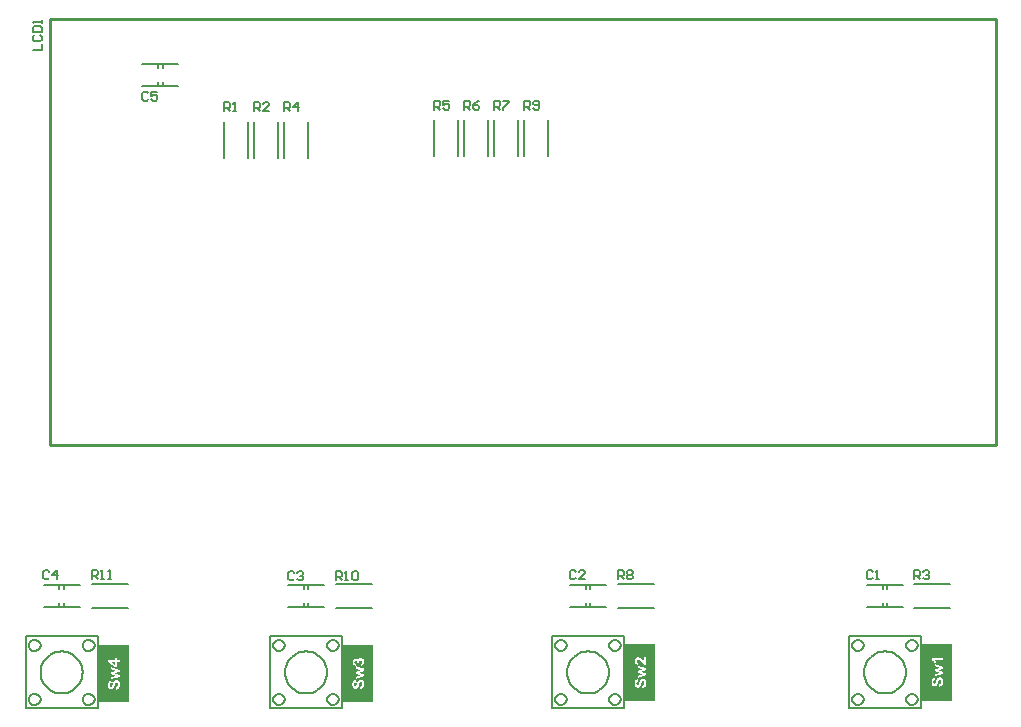
<source format=gto>
G04*
G04 #@! TF.GenerationSoftware,Altium Limited,Altium Designer,19.0.12 (326)*
G04*
G04 Layer_Color=65535*
%FSLAX25Y25*%
%MOIN*%
G70*
G01*
G75*
%ADD10C,0.00800*%
%ADD11C,0.01000*%
%ADD12C,0.00700*%
%ADD13C,0.00600*%
G36*
X230500Y27300D02*
Y8300D01*
X220500D01*
Y27300D01*
X230500D01*
D02*
G37*
G36*
X136446Y8012D02*
X126446D01*
Y27012D01*
X136446D01*
Y8012D01*
D02*
G37*
G36*
X55000Y26900D02*
Y7900D01*
X45000D01*
Y26900D01*
X55000D01*
D02*
G37*
G36*
X329500Y27500D02*
Y8500D01*
X319500D01*
Y27500D01*
X329500D01*
D02*
G37*
%LPC*%
G36*
X227414Y22926D02*
X226733D01*
Y21463D01*
X226697Y21486D01*
X226661Y21510D01*
X226625Y21535D01*
X226594Y21560D01*
X226569Y21580D01*
X226547Y21599D01*
X226536Y21610D01*
X226530Y21613D01*
X226508Y21632D01*
X226481Y21660D01*
X226453Y21688D01*
X226420Y21721D01*
X226350Y21796D01*
X226278Y21870D01*
X226245Y21906D01*
X226212Y21940D01*
X226184Y21973D01*
X226159Y22001D01*
X226137Y22023D01*
X226120Y22042D01*
X226109Y22053D01*
X226107Y22056D01*
X226048Y22120D01*
X225993Y22178D01*
X225943Y22231D01*
X225896Y22278D01*
X225852Y22322D01*
X225810Y22361D01*
X225774Y22397D01*
X225741Y22427D01*
X225713Y22455D01*
X225688Y22477D01*
X225666Y22497D01*
X225647Y22513D01*
X225633Y22524D01*
X225625Y22533D01*
X225619Y22535D01*
X225616Y22538D01*
X225522Y22607D01*
X225433Y22668D01*
X225350Y22718D01*
X225312Y22740D01*
X225276Y22760D01*
X225245Y22776D01*
X225215Y22790D01*
X225190Y22804D01*
X225170Y22815D01*
X225151Y22821D01*
X225140Y22826D01*
X225132Y22832D01*
X225129D01*
X225040Y22862D01*
X224952Y22887D01*
X224868Y22904D01*
X224794Y22915D01*
X224760Y22918D01*
X224730Y22920D01*
X224702Y22923D01*
X224680Y22926D01*
X224636D01*
X224553Y22923D01*
X224472Y22912D01*
X224395Y22895D01*
X224323Y22876D01*
X224256Y22851D01*
X224193Y22823D01*
X224137Y22793D01*
X224084Y22762D01*
X224037Y22732D01*
X223993Y22702D01*
X223960Y22674D01*
X223929Y22649D01*
X223904Y22629D01*
X223888Y22613D01*
X223877Y22602D01*
X223874Y22599D01*
X223819Y22535D01*
X223772Y22469D01*
X223733Y22397D01*
X223697Y22322D01*
X223666Y22250D01*
X223641Y22175D01*
X223622Y22100D01*
X223605Y22031D01*
X223591Y21965D01*
X223583Y21904D01*
X223575Y21848D01*
X223572Y21801D01*
X223569Y21763D01*
X223567Y21732D01*
Y21707D01*
X223569Y21613D01*
X223578Y21521D01*
X223591Y21436D01*
X223608Y21352D01*
X223627Y21278D01*
X223650Y21206D01*
X223675Y21139D01*
X223699Y21081D01*
X223724Y21028D01*
X223749Y20979D01*
X223772Y20940D01*
X223791Y20904D01*
X223808Y20879D01*
X223821Y20859D01*
X223830Y20846D01*
X223833Y20843D01*
X223885Y20782D01*
X223946Y20727D01*
X224010Y20677D01*
X224079Y20635D01*
X224151Y20596D01*
X224223Y20563D01*
X224295Y20535D01*
X224367Y20511D01*
X224434Y20491D01*
X224497Y20474D01*
X224553Y20461D01*
X224603Y20452D01*
X224644Y20444D01*
X224661Y20441D01*
X224675Y20438D01*
X224686D01*
X224694Y20436D01*
X224699D01*
X224702D01*
X224774Y21167D01*
X224716Y21172D01*
X224663Y21178D01*
X224614Y21189D01*
X224567Y21200D01*
X224525Y21211D01*
X224486Y21225D01*
X224453Y21239D01*
X224423Y21253D01*
X224397Y21267D01*
X224375Y21278D01*
X224356Y21289D01*
X224342Y21300D01*
X224328Y21308D01*
X224320Y21317D01*
X224317Y21319D01*
X224314Y21322D01*
X224289Y21350D01*
X224267Y21377D01*
X224251Y21408D01*
X224234Y21436D01*
X224209Y21499D01*
X224193Y21557D01*
X224184Y21610D01*
X224179Y21632D01*
Y21652D01*
X224176Y21668D01*
Y21690D01*
X224179Y21732D01*
X224182Y21774D01*
X224195Y21846D01*
X224218Y21909D01*
X224242Y21962D01*
X224254Y21981D01*
X224267Y22001D01*
X224278Y22017D01*
X224287Y22031D01*
X224298Y22042D01*
X224303Y22051D01*
X224306Y22053D01*
X224309Y22056D01*
X224334Y22078D01*
X224364Y22100D01*
X224423Y22134D01*
X224486Y22156D01*
X224547Y22173D01*
X224603Y22184D01*
X224625Y22186D01*
X224644D01*
X224663Y22189D01*
X224675D01*
X224683D01*
X224686D01*
X224727Y22186D01*
X224769Y22184D01*
X224852Y22164D01*
X224927Y22142D01*
X224996Y22114D01*
X225026Y22098D01*
X225054Y22084D01*
X225076Y22073D01*
X225098Y22062D01*
X225115Y22051D01*
X225126Y22042D01*
X225134Y22039D01*
X225137Y22037D01*
X225170Y22012D01*
X225212Y21979D01*
X225256Y21940D01*
X225303Y21893D01*
X225356Y21846D01*
X225406Y21793D01*
X225511Y21690D01*
X225561Y21638D01*
X225608Y21591D01*
X225650Y21546D01*
X225688Y21508D01*
X225719Y21474D01*
X225744Y21450D01*
X225758Y21433D01*
X225760Y21430D01*
X225763Y21427D01*
X225868Y21317D01*
X225968Y21214D01*
X226060Y21123D01*
X226148Y21037D01*
X226231Y20962D01*
X226306Y20893D01*
X226375Y20834D01*
X226439Y20782D01*
X226494Y20738D01*
X226544Y20699D01*
X226586Y20666D01*
X226619Y20641D01*
X226647Y20624D01*
X226666Y20610D01*
X226680Y20602D01*
X226683Y20599D01*
X226749Y20563D01*
X226813Y20530D01*
X226880Y20499D01*
X226943Y20472D01*
X227007Y20449D01*
X227065Y20430D01*
X227123Y20411D01*
X227179Y20397D01*
X227228Y20383D01*
X227273Y20375D01*
X227314Y20366D01*
X227348Y20361D01*
X227375Y20355D01*
X227397Y20353D01*
X227409Y20350D01*
X223567D01*
Y21707D01*
Y20350D01*
D01*
X227414D01*
Y22926D01*
D02*
G37*
G36*
X224636Y20214D02*
D01*
Y16076D01*
X227414D01*
D01*
X224636D01*
X227414Y16954D01*
Y17666D01*
X225627Y18137D01*
X227414Y18616D01*
Y19319D01*
X224636Y20214D01*
D02*
G37*
G36*
X226334Y15790D02*
X226301D01*
X226234Y15788D01*
X226170Y15785D01*
X226109Y15777D01*
X226051Y15765D01*
X225999Y15754D01*
X225949Y15741D01*
X225902Y15727D01*
X225860Y15713D01*
X225821Y15699D01*
X225788Y15685D01*
X225760Y15671D01*
X225735Y15660D01*
X225716Y15649D01*
X225702Y15641D01*
X225694Y15638D01*
X225691Y15635D01*
X225647Y15605D01*
X225603Y15574D01*
X225525Y15505D01*
X225489Y15469D01*
X225458Y15433D01*
X225428Y15400D01*
X225403Y15367D01*
X225378Y15333D01*
X225359Y15306D01*
X225342Y15278D01*
X225325Y15256D01*
X225314Y15236D01*
X225306Y15223D01*
X225303Y15214D01*
X225301Y15211D01*
X225273Y15159D01*
X225248Y15098D01*
X225220Y15034D01*
X225195Y14968D01*
X225148Y14829D01*
X225129Y14760D01*
X225107Y14694D01*
X225090Y14630D01*
X225073Y14572D01*
X225060Y14516D01*
X225046Y14469D01*
X225037Y14430D01*
X225029Y14403D01*
X225026Y14391D01*
Y14383D01*
X225024Y14380D01*
Y14378D01*
X224999Y14278D01*
X224974Y14184D01*
X224952Y14103D01*
X224927Y14029D01*
X224904Y13962D01*
X224882Y13904D01*
X224863Y13854D01*
X224844Y13810D01*
X224827Y13774D01*
X224813Y13743D01*
X224799Y13718D01*
X224788Y13699D01*
X224777Y13682D01*
X224771Y13674D01*
X224766Y13668D01*
Y13666D01*
X224727Y13627D01*
X224688Y13599D01*
X224650Y13580D01*
X224614Y13566D01*
X224580Y13558D01*
X224555Y13555D01*
X224539Y13552D01*
X224536D01*
X224533D01*
X224506Y13555D01*
X224481Y13558D01*
X224434Y13572D01*
X224395Y13591D01*
X224361Y13613D01*
X224334Y13635D01*
X224314Y13655D01*
X224301Y13668D01*
X224298Y13674D01*
X224273Y13713D01*
X224251Y13752D01*
X224231Y13793D01*
X224215Y13837D01*
X224190Y13926D01*
X224173Y14009D01*
X224168Y14051D01*
X224165Y14087D01*
X224162Y14120D01*
X224159Y14148D01*
X224157Y14170D01*
Y14261D01*
X224162Y14320D01*
X224168Y14369D01*
X224176Y14416D01*
X224187Y14461D01*
X224198Y14502D01*
X224209Y14538D01*
X224220Y14572D01*
X224234Y14599D01*
X224245Y14624D01*
X224256Y14646D01*
X224267Y14663D01*
X224276Y14677D01*
X224281Y14685D01*
X224284Y14691D01*
X224287Y14694D01*
X224312Y14724D01*
X224342Y14749D01*
X224409Y14796D01*
X224478Y14832D01*
X224547Y14862D01*
X224580Y14874D01*
X224611Y14882D01*
X224639Y14890D01*
X224663Y14896D01*
X224683Y14901D01*
X224697Y14904D01*
X224708Y14907D01*
X224711D01*
X224677Y15680D01*
X224580Y15671D01*
X224489Y15657D01*
X224403Y15638D01*
X224323Y15610D01*
X224248Y15583D01*
X224179Y15549D01*
X224115Y15516D01*
X224060Y15480D01*
X224007Y15444D01*
X223963Y15411D01*
X223924Y15380D01*
X223893Y15353D01*
X223868Y15328D01*
X223849Y15311D01*
X223838Y15300D01*
X223835Y15294D01*
X223780Y15223D01*
X223730Y15145D01*
X223688Y15059D01*
X223650Y14973D01*
X223619Y14882D01*
X223594Y14790D01*
X223572Y14702D01*
X223555Y14616D01*
X223544Y14533D01*
X223533Y14458D01*
X223525Y14389D01*
X223522Y14328D01*
X223519Y14300D01*
Y14278D01*
X223517Y14259D01*
Y15790D01*
D01*
Y12674D01*
X227483D01*
D01*
X226168D01*
X226284Y12691D01*
X226395Y12716D01*
X226497Y12743D01*
X226594Y12779D01*
X226680Y12815D01*
X226760Y12854D01*
X226835Y12893D01*
X226899Y12934D01*
X226957Y12973D01*
X227007Y13009D01*
X227051Y13045D01*
X227084Y13076D01*
X227112Y13101D01*
X227132Y13120D01*
X227145Y13131D01*
X227148Y13137D01*
X227206Y13214D01*
X227259Y13297D01*
X227303Y13386D01*
X227342Y13477D01*
X227375Y13569D01*
X227400Y13663D01*
X227422Y13754D01*
X227442Y13843D01*
X227456Y13926D01*
X227467Y14004D01*
X227472Y14076D01*
X227478Y14137D01*
X227481Y14162D01*
Y14187D01*
X227483Y14206D01*
Y14256D01*
X227481Y14347D01*
X227478Y14436D01*
X227469Y14519D01*
X227461Y14596D01*
X227450Y14669D01*
X227439Y14738D01*
X227428Y14802D01*
X227414Y14860D01*
X227400Y14909D01*
X227389Y14957D01*
X227378Y14995D01*
X227367Y15026D01*
X227359Y15054D01*
X227350Y15073D01*
X227348Y15084D01*
X227345Y15087D01*
X227317Y15148D01*
X227287Y15206D01*
X227253Y15258D01*
X227217Y15308D01*
X227184Y15356D01*
X227148Y15397D01*
X227112Y15436D01*
X227079Y15472D01*
X227046Y15502D01*
X227015Y15530D01*
X226988Y15552D01*
X226965Y15572D01*
X226946Y15585D01*
X226929Y15597D01*
X226921Y15602D01*
X226918Y15605D01*
X226863Y15638D01*
X226810Y15666D01*
X226755Y15691D01*
X226699Y15713D01*
X226647Y15729D01*
X226597Y15746D01*
X226547Y15757D01*
X226500Y15768D01*
X226458Y15774D01*
X226420Y15779D01*
X226386Y15785D01*
X226356Y15788D01*
X226334Y15790D01*
D02*
G37*
%LPD*%
G36*
X226458Y18957D02*
X224636Y18494D01*
Y19488D01*
X226458Y18957D01*
D02*
G37*
G36*
Y17308D02*
X224636Y16788D01*
Y17787D01*
X226458Y17308D01*
D02*
G37*
G36*
X226342Y15015D02*
X226381Y15009D01*
X226414Y15001D01*
X226450Y14987D01*
X226511Y14957D01*
X226566Y14923D01*
X226589Y14904D01*
X226611Y14887D01*
X226627Y14871D01*
X226644Y14857D01*
X226655Y14843D01*
X226663Y14835D01*
X226669Y14829D01*
X226672Y14826D01*
X226699Y14790D01*
X226724Y14749D01*
X226744Y14705D01*
X226763Y14660D01*
X226777Y14613D01*
X226791Y14566D01*
X226810Y14475D01*
X226816Y14433D01*
X226821Y14391D01*
X226824Y14356D01*
X226827Y14325D01*
X226830Y14300D01*
Y14264D01*
X226827Y14200D01*
X226821Y14139D01*
X226813Y14081D01*
X226802Y14026D01*
X226788Y13976D01*
X226774Y13932D01*
X226758Y13887D01*
X226741Y13851D01*
X226724Y13815D01*
X226708Y13788D01*
X226694Y13760D01*
X226680Y13741D01*
X226669Y13724D01*
X226661Y13713D01*
X226655Y13705D01*
X226652Y13702D01*
X226616Y13666D01*
X226577Y13630D01*
X226536Y13599D01*
X226492Y13572D01*
X226445Y13547D01*
X226397Y13524D01*
X226306Y13486D01*
X226265Y13472D01*
X226226Y13461D01*
X226190Y13450D01*
X226156Y13441D01*
X226132Y13436D01*
X226112Y13430D01*
X226101Y13428D01*
X226096D01*
X226168Y12674D01*
X223517D01*
Y14209D01*
X223519Y14128D01*
X223522Y14051D01*
X223528Y13976D01*
X223539Y13904D01*
X223547Y13837D01*
X223558Y13777D01*
X223572Y13718D01*
X223583Y13666D01*
X223597Y13619D01*
X223608Y13577D01*
X223622Y13541D01*
X223630Y13511D01*
X223639Y13488D01*
X223647Y13469D01*
X223650Y13458D01*
X223652Y13455D01*
X223677Y13397D01*
X223708Y13344D01*
X223738Y13295D01*
X223769Y13248D01*
X223802Y13206D01*
X223833Y13167D01*
X223866Y13131D01*
X223896Y13098D01*
X223927Y13070D01*
X223952Y13045D01*
X223976Y13023D01*
X223999Y13006D01*
X224015Y12993D01*
X224029Y12984D01*
X224037Y12979D01*
X224040Y12976D01*
X224087Y12948D01*
X224137Y12923D01*
X224184Y12901D01*
X224234Y12882D01*
X224281Y12865D01*
X224325Y12851D01*
X224370Y12843D01*
X224409Y12832D01*
X224447Y12826D01*
X224483Y12821D01*
X224514Y12818D01*
X224539Y12815D01*
X224561Y12813D01*
X224575D01*
X224586D01*
X224589D01*
X224672Y12815D01*
X224752Y12826D01*
X224830Y12846D01*
X224902Y12868D01*
X224968Y12893D01*
X225032Y12923D01*
X225090Y12957D01*
X225143Y12990D01*
X225192Y13020D01*
X225234Y13054D01*
X225273Y13084D01*
X225303Y13109D01*
X225325Y13131D01*
X225345Y13151D01*
X225356Y13162D01*
X225359Y13164D01*
X225400Y13217D01*
X225439Y13275D01*
X225478Y13339D01*
X225514Y13408D01*
X225547Y13477D01*
X225578Y13552D01*
X225605Y13624D01*
X225633Y13696D01*
X225655Y13763D01*
X225677Y13826D01*
X225697Y13885D01*
X225711Y13937D01*
X225722Y13979D01*
X225727Y13995D01*
X225730Y14009D01*
X225735Y14020D01*
Y14029D01*
X225738Y14034D01*
Y14037D01*
X225760Y14123D01*
X225780Y14203D01*
X225796Y14275D01*
X225813Y14339D01*
X225830Y14397D01*
X225844Y14447D01*
X225855Y14491D01*
X225866Y14530D01*
X225874Y14560D01*
X225882Y14588D01*
X225891Y14610D01*
X225896Y14630D01*
X225899Y14641D01*
X225902Y14652D01*
X225904Y14655D01*
Y14657D01*
X225918Y14694D01*
X225932Y14727D01*
X225960Y14785D01*
X225990Y14835D01*
X226015Y14874D01*
X226040Y14901D01*
X226057Y14921D01*
X226068Y14934D01*
X226073Y14937D01*
X226109Y14965D01*
X226148Y14984D01*
X226187Y14998D01*
X226223Y15007D01*
X226256Y15015D01*
X226281Y15018D01*
X226298D01*
X226301D01*
X226303D01*
X226342Y15015D01*
D02*
G37*
%LPC*%
G36*
X133427Y22657D02*
D01*
Y21369D01*
X133424Y21469D01*
X133410Y21566D01*
X133394Y21657D01*
X133372Y21743D01*
X133344Y21826D01*
X133313Y21901D01*
X133283Y21970D01*
X133250Y22034D01*
X133217Y22089D01*
X133183Y22142D01*
X133156Y22184D01*
X133128Y22219D01*
X133106Y22247D01*
X133086Y22269D01*
X133075Y22280D01*
X133072Y22286D01*
X133003Y22353D01*
X132934Y22408D01*
X132862Y22458D01*
X132787Y22502D01*
X132715Y22535D01*
X132643Y22566D01*
X132574Y22591D01*
X132507Y22610D01*
X132446Y22627D01*
X132391Y22638D01*
X132338Y22646D01*
X132297Y22652D01*
X132261Y22654D01*
X132233Y22657D01*
X132211D01*
X132147Y22654D01*
X132086Y22649D01*
X132028Y22638D01*
X131973Y22627D01*
X131920Y22613D01*
X131870Y22596D01*
X131826Y22577D01*
X131784Y22560D01*
X131748Y22541D01*
X131715Y22522D01*
X131685Y22505D01*
X131662Y22491D01*
X131643Y22480D01*
X131629Y22469D01*
X131621Y22463D01*
X131618Y22460D01*
X131574Y22422D01*
X131535Y22380D01*
X131496Y22339D01*
X131466Y22294D01*
X131435Y22253D01*
X131410Y22208D01*
X131388Y22164D01*
X131369Y22123D01*
X131352Y22084D01*
X131338Y22048D01*
X131325Y22017D01*
X131316Y21990D01*
X131311Y21965D01*
X131305Y21948D01*
X131302Y21937D01*
Y21934D01*
X131275Y21984D01*
X131244Y22031D01*
X131214Y22075D01*
X131181Y22117D01*
X131150Y22156D01*
X131117Y22192D01*
X131050Y22255D01*
X130981Y22308D01*
X130915Y22353D01*
X130848Y22388D01*
X130787Y22419D01*
X130726Y22441D01*
X130671Y22458D01*
X130624Y22472D01*
X130579Y22480D01*
X130543Y22486D01*
X130518Y22488D01*
X130502D01*
X130496D01*
X130430Y22486D01*
X130366Y22477D01*
X130305Y22463D01*
X130247Y22447D01*
X130192Y22424D01*
X130139Y22402D01*
X130089Y22377D01*
X130045Y22353D01*
X130003Y22328D01*
X129967Y22303D01*
X129937Y22280D01*
X129909Y22258D01*
X129887Y22242D01*
X129873Y22228D01*
X129862Y22219D01*
X129859Y22217D01*
X129798Y22153D01*
X129746Y22087D01*
X129699Y22015D01*
X129660Y21942D01*
X129627Y21870D01*
X129596Y21799D01*
X129574Y21729D01*
X129557Y21660D01*
X129541Y21596D01*
X129532Y21538D01*
X129524Y21486D01*
X129518Y21438D01*
X129516Y21402D01*
X129513Y21375D01*
Y21292D01*
X129518Y21233D01*
X129532Y21125D01*
X129541Y21076D01*
X129552Y21028D01*
X129560Y20984D01*
X129571Y20943D01*
X129582Y20907D01*
X129593Y20873D01*
X129604Y20846D01*
X129613Y20821D01*
X129621Y20801D01*
X129627Y20787D01*
X129629Y20779D01*
X129632Y20776D01*
X129679Y20685D01*
X129707Y20646D01*
X129735Y20607D01*
X129760Y20571D01*
X129787Y20538D01*
X129815Y20508D01*
X129840Y20483D01*
X129865Y20458D01*
X129887Y20436D01*
X129906Y20419D01*
X129926Y20405D01*
X129939Y20391D01*
X129951Y20383D01*
X129956Y20380D01*
X129959Y20378D01*
X130000Y20353D01*
X130042Y20328D01*
X130133Y20286D01*
X130228Y20250D01*
X130316Y20220D01*
X130355Y20206D01*
X130394Y20197D01*
X130427Y20186D01*
X130457Y20181D01*
X130482Y20175D01*
X130499Y20170D01*
X130513Y20167D01*
X130516D01*
X130629Y20843D01*
X130585Y20848D01*
X130541Y20857D01*
X130502Y20868D01*
X130466Y20879D01*
X130430Y20893D01*
X130399Y20907D01*
X130372Y20920D01*
X130347Y20934D01*
X130325Y20948D01*
X130305Y20959D01*
X130289Y20973D01*
X130275Y20981D01*
X130264Y20992D01*
X130255Y20998D01*
X130253Y21001D01*
X130250Y21003D01*
X130228Y21028D01*
X130206Y21056D01*
X130172Y21112D01*
X130150Y21167D01*
X130133Y21217D01*
X130122Y21261D01*
X130120Y21281D01*
Y21297D01*
X130117Y21308D01*
Y21328D01*
X130122Y21397D01*
X130136Y21455D01*
X130153Y21508D01*
X130175Y21552D01*
X130197Y21588D01*
X130214Y21613D01*
X130228Y21630D01*
X130233Y21635D01*
X130280Y21674D01*
X130330Y21702D01*
X130380Y21724D01*
X130430Y21738D01*
X130474Y21746D01*
X130491Y21749D01*
X130507D01*
X130521Y21751D01*
X130532D01*
X130538D01*
X130541D01*
X130582Y21749D01*
X130621Y21746D01*
X130660Y21738D01*
X130693Y21726D01*
X130757Y21702D01*
X130809Y21674D01*
X130832Y21657D01*
X130851Y21643D01*
X130868Y21630D01*
X130881Y21619D01*
X130892Y21607D01*
X130901Y21599D01*
X130903Y21596D01*
X130906Y21594D01*
X130931Y21563D01*
X130951Y21530D01*
X130967Y21494D01*
X130984Y21455D01*
X131006Y21380D01*
X131020Y21305D01*
X131025Y21272D01*
X131028Y21239D01*
X131031Y21211D01*
X131034Y21186D01*
Y21136D01*
X131632Y21056D01*
X131613Y21125D01*
X131599Y21189D01*
X131590Y21247D01*
X131582Y21297D01*
X131579Y21336D01*
Y21352D01*
X131577Y21366D01*
Y21391D01*
X131579Y21430D01*
X131585Y21469D01*
X131590Y21505D01*
X131602Y21538D01*
X131629Y21599D01*
X131657Y21652D01*
X131687Y21696D01*
X131701Y21713D01*
X131715Y21726D01*
X131726Y21740D01*
X131732Y21749D01*
X131737Y21751D01*
X131740Y21754D01*
X131771Y21782D01*
X131807Y21804D01*
X131843Y21823D01*
X131878Y21840D01*
X131951Y21868D01*
X132023Y21884D01*
X132053Y21893D01*
X132083Y21895D01*
X132111Y21898D01*
X132133Y21901D01*
X132153Y21904D01*
X132169D01*
X132178D01*
X132181D01*
X132233Y21901D01*
X132286Y21898D01*
X132333Y21890D01*
X132377Y21879D01*
X132419Y21868D01*
X132457Y21854D01*
X132491Y21840D01*
X132524Y21826D01*
X132552Y21810D01*
X132577Y21796D01*
X132596Y21782D01*
X132615Y21771D01*
X132629Y21760D01*
X132638Y21751D01*
X132643Y21749D01*
X132646Y21746D01*
X132676Y21715D01*
X132701Y21685D01*
X132726Y21655D01*
X132746Y21621D01*
X132762Y21588D01*
X132776Y21557D01*
X132795Y21497D01*
X132809Y21444D01*
X132812Y21422D01*
X132815Y21402D01*
X132818Y21386D01*
Y21364D01*
X132815Y21325D01*
X132812Y21289D01*
X132795Y21220D01*
X132773Y21159D01*
X132746Y21106D01*
X132721Y21062D01*
X132710Y21045D01*
X132699Y21031D01*
X132690Y21020D01*
X132682Y21012D01*
X132679Y21006D01*
X132676Y21003D01*
X132649Y20979D01*
X132618Y20954D01*
X132549Y20915D01*
X132480Y20882D01*
X132413Y20859D01*
X132383Y20848D01*
X132352Y20843D01*
X132327Y20834D01*
X132302Y20832D01*
X132283Y20826D01*
X132269D01*
X132261Y20823D01*
X132258D01*
X132347Y20112D01*
X129513D01*
D01*
X133427D01*
Y22657D01*
D02*
G37*
G36*
X133361Y19907D02*
D01*
Y19012D01*
X130582Y19907D01*
D01*
Y15768D01*
X133361D01*
Y19907D01*
D02*
G37*
G36*
X132280Y15483D02*
X132247D01*
X132181Y15480D01*
X132117Y15477D01*
X132056Y15469D01*
X131998Y15458D01*
X131945Y15447D01*
X131895Y15433D01*
X131848Y15419D01*
X131807Y15405D01*
X131768Y15392D01*
X131735Y15378D01*
X131707Y15364D01*
X131682Y15353D01*
X131662Y15342D01*
X131649Y15333D01*
X131640Y15330D01*
X131638Y15328D01*
X131593Y15297D01*
X131549Y15267D01*
X131471Y15198D01*
X131435Y15162D01*
X131405Y15126D01*
X131374Y15092D01*
X131350Y15059D01*
X131325Y15026D01*
X131305Y14998D01*
X131289Y14970D01*
X131272Y14948D01*
X131261Y14929D01*
X131253Y14915D01*
X131250Y14907D01*
X131247Y14904D01*
X131219Y14851D01*
X131194Y14790D01*
X131167Y14727D01*
X131142Y14660D01*
X131095Y14522D01*
X131075Y14453D01*
X131053Y14386D01*
X131036Y14322D01*
X131020Y14264D01*
X131006Y14209D01*
X130992Y14162D01*
X130984Y14123D01*
X130975Y14095D01*
X130973Y14084D01*
Y14076D01*
X130970Y14073D01*
Y14070D01*
X130945Y13971D01*
X130920Y13876D01*
X130898Y13796D01*
X130873Y13721D01*
X130851Y13655D01*
X130829Y13597D01*
X130809Y13547D01*
X130790Y13502D01*
X130773Y13466D01*
X130760Y13436D01*
X130746Y13411D01*
X130735Y13392D01*
X130724Y13375D01*
X130718Y13367D01*
X130712Y13361D01*
Y13358D01*
X130674Y13319D01*
X130635Y13292D01*
X130596Y13272D01*
X130560Y13259D01*
X130527Y13250D01*
X130502Y13248D01*
X130485Y13245D01*
X130482D01*
X130480D01*
X130452Y13248D01*
X130427Y13250D01*
X130380Y13264D01*
X130341Y13284D01*
X130308Y13306D01*
X130280Y13328D01*
X130261Y13347D01*
X130247Y13361D01*
X130244Y13367D01*
X130219Y13405D01*
X130197Y13444D01*
X130178Y13486D01*
X130161Y13530D01*
X130136Y13619D01*
X130120Y13702D01*
X130114Y13743D01*
X130111Y13779D01*
X130108Y13813D01*
X130106Y13840D01*
X130103Y13862D01*
Y13954D01*
X130108Y14012D01*
X130114Y14062D01*
X130122Y14109D01*
X130133Y14153D01*
X130145Y14195D01*
X130156Y14231D01*
X130167Y14264D01*
X130181Y14292D01*
X130192Y14317D01*
X130203Y14339D01*
X130214Y14356D01*
X130222Y14369D01*
X130228Y14378D01*
X130230Y14383D01*
X130233Y14386D01*
X130258Y14416D01*
X130289Y14441D01*
X130355Y14489D01*
X130424Y14525D01*
X130493Y14555D01*
X130527Y14566D01*
X130557Y14574D01*
X130585Y14583D01*
X130610Y14588D01*
X130629Y14594D01*
X130643Y14596D01*
X130654Y14599D01*
X130657D01*
X130624Y15372D01*
X130527Y15364D01*
X130435Y15350D01*
X130350Y15330D01*
X130269Y15303D01*
X130194Y15275D01*
X130125Y15242D01*
X130061Y15209D01*
X130006Y15173D01*
X129953Y15137D01*
X129909Y15103D01*
X129870Y15073D01*
X129840Y15045D01*
X129815Y15020D01*
X129796Y15004D01*
X129784Y14993D01*
X129782Y14987D01*
X129726Y14915D01*
X129676Y14838D01*
X129635Y14752D01*
X129596Y14666D01*
X129566Y14574D01*
X129541Y14483D01*
X129518Y14394D01*
X129502Y14308D01*
X129491Y14225D01*
X129480Y14151D01*
X129471Y14081D01*
X129469Y14020D01*
X129466Y13993D01*
Y13971D01*
X129463Y13951D01*
Y13901D01*
X129466Y13821D01*
X129469Y13743D01*
X129474Y13668D01*
X129485Y13597D01*
X129494Y13530D01*
X129505Y13469D01*
X129518Y13411D01*
X129530Y13358D01*
X129543Y13311D01*
X129554Y13270D01*
X129568Y13234D01*
X129577Y13203D01*
X129585Y13181D01*
X129593Y13162D01*
X129596Y13151D01*
X129599Y13148D01*
X129624Y13090D01*
X129654Y13037D01*
X129685Y12987D01*
X129715Y12940D01*
X129748Y12899D01*
X129779Y12860D01*
X129812Y12824D01*
X129843Y12790D01*
X129873Y12763D01*
X129898Y12738D01*
X129923Y12716D01*
X129945Y12699D01*
X129962Y12685D01*
X129975Y12677D01*
X129984Y12671D01*
X129987Y12669D01*
X130034Y12641D01*
X130084Y12616D01*
X130131Y12594D01*
X130181Y12574D01*
X130228Y12558D01*
X130272Y12544D01*
X130316Y12536D01*
X130355Y12525D01*
X130394Y12519D01*
X130430Y12514D01*
X130460Y12511D01*
X130485Y12508D01*
X130507Y12505D01*
X130521D01*
X130532D01*
X130535D01*
X130618Y12508D01*
X130699Y12519D01*
X130776Y12538D01*
X130848Y12561D01*
X130915Y12585D01*
X130978Y12616D01*
X131036Y12649D01*
X131089Y12682D01*
X131139Y12713D01*
X131181Y12746D01*
X131219Y12777D01*
X131250Y12801D01*
X131272Y12824D01*
X131291Y12843D01*
X131302Y12854D01*
X131305Y12857D01*
X131347Y12910D01*
X131386Y12968D01*
X131424Y13032D01*
X131460Y13101D01*
X131493Y13170D01*
X131524Y13245D01*
X131552Y13317D01*
X131579Y13389D01*
X131602Y13455D01*
X131624Y13519D01*
X131643Y13577D01*
X131657Y13630D01*
X131668Y13671D01*
X131674Y13688D01*
X131676Y13702D01*
X131682Y13713D01*
Y13721D01*
X131685Y13727D01*
Y13729D01*
X131707Y13815D01*
X131726Y13896D01*
X131743Y13968D01*
X131759Y14031D01*
X131776Y14090D01*
X131790Y14139D01*
X131801Y14184D01*
X131812Y14223D01*
X131820Y14253D01*
X131829Y14281D01*
X131837Y14303D01*
X131843Y14322D01*
X131845Y14333D01*
X131848Y14344D01*
X131851Y14347D01*
Y14350D01*
X131865Y14386D01*
X131878Y14419D01*
X131906Y14477D01*
X131937Y14527D01*
X131962Y14566D01*
X131987Y14594D01*
X132003Y14613D01*
X132014Y14627D01*
X132020Y14630D01*
X132056Y14657D01*
X132095Y14677D01*
X132133Y14691D01*
X132169Y14699D01*
X132203Y14707D01*
X132228Y14710D01*
X132244D01*
X132247D01*
X132250D01*
X132289Y14707D01*
X132327Y14702D01*
X132360Y14694D01*
X132396Y14680D01*
X132457Y14649D01*
X132513Y14616D01*
X132535Y14596D01*
X132557Y14580D01*
X132574Y14563D01*
X132590Y14549D01*
X132601Y14536D01*
X132610Y14527D01*
X132615Y14522D01*
X132618Y14519D01*
X132646Y14483D01*
X132671Y14441D01*
X132690Y14397D01*
X132710Y14353D01*
X132723Y14306D01*
X132737Y14259D01*
X132757Y14167D01*
X132762Y14126D01*
X132768Y14084D01*
X132771Y14048D01*
X132773Y14018D01*
X132776Y13993D01*
Y13957D01*
X132773Y13893D01*
X132768Y13832D01*
X132759Y13774D01*
X132748Y13718D01*
X132735Y13668D01*
X132721Y13624D01*
X132704Y13580D01*
X132687Y13544D01*
X132671Y13508D01*
X132654Y13480D01*
X132640Y13453D01*
X132626Y13433D01*
X132615Y13417D01*
X132607Y13405D01*
X132601Y13397D01*
X132599Y13394D01*
X132563Y13358D01*
X132524Y13322D01*
X132482Y13292D01*
X132438Y13264D01*
X132391Y13239D01*
X132344Y13217D01*
X132253Y13178D01*
X132211Y13164D01*
X132172Y13153D01*
X132136Y13142D01*
X132103Y13134D01*
X132078Y13128D01*
X132059Y13123D01*
X132047Y13120D01*
X132042D01*
X132114Y12367D01*
X129463D01*
D01*
X133430D01*
Y13948D01*
X133427Y14040D01*
X133424Y14128D01*
X133416Y14211D01*
X133408Y14289D01*
X133396Y14361D01*
X133385Y14430D01*
X133374Y14494D01*
X133361Y14552D01*
X133347Y14602D01*
X133336Y14649D01*
X133325Y14688D01*
X133313Y14718D01*
X133305Y14746D01*
X133297Y14765D01*
X133294Y14777D01*
X133291Y14779D01*
X133264Y14840D01*
X133233Y14898D01*
X133200Y14951D01*
X133164Y15001D01*
X133131Y15048D01*
X133095Y15090D01*
X133059Y15128D01*
X133025Y15164D01*
X132992Y15195D01*
X132962Y15223D01*
X132934Y15245D01*
X132912Y15264D01*
X132892Y15278D01*
X132876Y15289D01*
X132867Y15294D01*
X132865Y15297D01*
X132809Y15330D01*
X132757Y15358D01*
X132701Y15383D01*
X132646Y15405D01*
X132593Y15422D01*
X132543Y15439D01*
X132493Y15450D01*
X132446Y15461D01*
X132405Y15466D01*
X132366Y15472D01*
X132333Y15477D01*
X132302Y15480D01*
X132280Y15483D01*
D02*
G37*
%LPD*%
G36*
X133427Y20112D02*
X132347D01*
X132435Y20125D01*
X132518Y20145D01*
X132599Y20167D01*
X132671Y20195D01*
X132740Y20228D01*
X132807Y20261D01*
X132865Y20294D01*
X132917Y20330D01*
X132964Y20364D01*
X133009Y20397D01*
X133045Y20427D01*
X133072Y20452D01*
X133097Y20474D01*
X133114Y20494D01*
X133125Y20505D01*
X133128Y20508D01*
X133180Y20574D01*
X133228Y20643D01*
X133266Y20715D01*
X133300Y20787D01*
X133330Y20859D01*
X133355Y20932D01*
X133374Y21001D01*
X133388Y21067D01*
X133402Y21131D01*
X133410Y21186D01*
X133419Y21239D01*
X133421Y21283D01*
X133424Y21319D01*
X133427Y21347D01*
Y20112D01*
D02*
G37*
G36*
X132347D02*
D01*
D01*
D01*
D02*
G37*
G36*
X132405Y18649D02*
X130582Y18186D01*
Y19181D01*
X132405Y18649D01*
D02*
G37*
G36*
X133361Y17358D02*
X131574Y17829D01*
X133361Y18308D01*
Y17358D01*
D02*
G37*
G36*
X132405Y17001D02*
X130582Y16480D01*
Y17480D01*
X132405Y17001D01*
D02*
G37*
G36*
X133361Y15768D02*
X130582D01*
X133361Y16646D01*
Y15768D01*
D02*
G37*
G36*
X133430Y12367D02*
X132114D01*
X132230Y12383D01*
X132341Y12408D01*
X132444Y12436D01*
X132541Y12472D01*
X132626Y12508D01*
X132707Y12547D01*
X132782Y12585D01*
X132845Y12627D01*
X132903Y12666D01*
X132953Y12702D01*
X132998Y12738D01*
X133031Y12768D01*
X133059Y12793D01*
X133078Y12813D01*
X133092Y12824D01*
X133095Y12829D01*
X133153Y12907D01*
X133205Y12990D01*
X133250Y13079D01*
X133289Y13170D01*
X133322Y13261D01*
X133347Y13355D01*
X133369Y13447D01*
X133388Y13536D01*
X133402Y13619D01*
X133413Y13696D01*
X133419Y13768D01*
X133424Y13829D01*
X133427Y13854D01*
Y13879D01*
X133430Y13898D01*
Y12367D01*
D02*
G37*
%LPC*%
G36*
X51914Y22599D02*
Y22123D01*
X51144D01*
Y22599D01*
X50501D01*
Y22123D01*
X48066D01*
Y21505D01*
X50504Y19843D01*
X48066D01*
D01*
X51914D01*
Y22599D01*
D02*
G37*
G36*
X49136Y19741D02*
D01*
Y19015D01*
X50958Y18483D01*
X49136Y18021D01*
Y17314D01*
X50958Y16835D01*
X49136Y16314D01*
Y15602D01*
X51914D01*
Y17192D01*
X50127Y17663D01*
X51914Y18142D01*
Y17663D01*
Y18846D01*
X49136Y19741D01*
D02*
G37*
G36*
X50834Y15317D02*
X50801D01*
X50734Y15314D01*
X50670Y15311D01*
X50609Y15303D01*
X50551Y15292D01*
X50499Y15281D01*
X50449Y15267D01*
X50402Y15253D01*
X50360Y15239D01*
X50321Y15226D01*
X50288Y15212D01*
X50260Y15198D01*
X50235Y15187D01*
X50216Y15176D01*
X50202Y15167D01*
X50194Y15165D01*
X50191Y15162D01*
X50147Y15131D01*
X50103Y15101D01*
X50025Y15032D01*
X49989Y14996D01*
X49958Y14960D01*
X49928Y14926D01*
X49903Y14893D01*
X49878Y14860D01*
X49859Y14832D01*
X49842Y14805D01*
X49826Y14782D01*
X49814Y14763D01*
X49806Y14749D01*
X49803Y14741D01*
X49801Y14738D01*
X49773Y14685D01*
X49748Y14625D01*
X49720Y14561D01*
X49695Y14494D01*
X49648Y14356D01*
X49629Y14287D01*
X49607Y14220D01*
X49590Y14156D01*
X49573Y14098D01*
X49560Y14043D01*
X49546Y13996D01*
X49537Y13957D01*
X49529Y13929D01*
X49526Y13918D01*
Y13910D01*
X49524Y13907D01*
Y13904D01*
X49499Y13804D01*
X49474Y13710D01*
X49452Y13630D01*
X49427Y13555D01*
X49404Y13489D01*
X49382Y13431D01*
X49363Y13381D01*
X49343Y13336D01*
X49327Y13300D01*
X49313Y13270D01*
X49299Y13245D01*
X49288Y13226D01*
X49277Y13209D01*
X49272Y13201D01*
X49266Y13195D01*
Y13192D01*
X49227Y13154D01*
X49188Y13126D01*
X49150Y13106D01*
X49114Y13093D01*
X49080Y13084D01*
X49055Y13082D01*
X49039Y13079D01*
X49036D01*
X49033D01*
X49006Y13082D01*
X48981Y13084D01*
X48934Y13098D01*
X48895Y13118D01*
X48862Y13140D01*
X48834Y13162D01*
X48814Y13181D01*
X48801Y13195D01*
X48798Y13201D01*
X48773Y13239D01*
X48751Y13278D01*
X48731Y13320D01*
X48715Y13364D01*
X48690Y13453D01*
X48673Y13536D01*
X48668Y13577D01*
X48665Y13613D01*
X48662Y13647D01*
X48659Y13674D01*
X48656Y13697D01*
Y13788D01*
X48662Y13846D01*
X48668Y13896D01*
X48676Y13943D01*
X48687Y13987D01*
X48698Y14029D01*
X48709Y14065D01*
X48720Y14098D01*
X48734Y14126D01*
X48745Y14151D01*
X48756Y14173D01*
X48767Y14190D01*
X48776Y14203D01*
X48781Y14212D01*
X48784Y14217D01*
X48787Y14220D01*
X48812Y14251D01*
X48842Y14275D01*
X48909Y14322D01*
X48978Y14358D01*
X49047Y14389D01*
X49080Y14400D01*
X49111Y14408D01*
X49139Y14417D01*
X49163Y14422D01*
X49183Y14428D01*
X49197Y14431D01*
X49208Y14433D01*
X49211D01*
X49177Y15206D01*
X49080Y15198D01*
X48989Y15184D01*
X48903Y15165D01*
X48823Y15137D01*
X48748Y15109D01*
X48679Y15076D01*
X48615Y15043D01*
X48560Y15007D01*
X48507Y14971D01*
X48463Y14938D01*
X48424Y14907D01*
X48393Y14879D01*
X48368Y14854D01*
X48349Y14838D01*
X48338Y14827D01*
X48335Y14821D01*
X48280Y14749D01*
X48230Y14672D01*
X48188Y14586D01*
X48150Y14500D01*
X48119Y14408D01*
X48094Y14317D01*
X48072Y14228D01*
X48055Y14142D01*
X48044Y14059D01*
X48033Y13985D01*
X48025Y13915D01*
X48022Y13854D01*
X48019Y13827D01*
Y13804D01*
X48017Y13785D01*
Y13735D01*
X48019Y13655D01*
X48022Y13577D01*
X48028Y13503D01*
X48039Y13431D01*
X48047Y13364D01*
X48058Y13303D01*
X48072Y13245D01*
X48083Y13192D01*
X48097Y13145D01*
X48108Y13104D01*
X48122Y13068D01*
X48130Y13037D01*
X48139Y13015D01*
X48147Y12996D01*
X48150Y12985D01*
X48152Y12982D01*
X48177Y12924D01*
X48208Y12871D01*
X48238Y12821D01*
X48269Y12774D01*
X48302Y12733D01*
X48333Y12694D01*
X48366Y12658D01*
X48396Y12625D01*
X48427Y12597D01*
X48452Y12572D01*
X48476Y12550D01*
X48499Y12533D01*
X48515Y12519D01*
X48529Y12511D01*
X48537Y12505D01*
X48540Y12503D01*
X48587Y12475D01*
X48637Y12450D01*
X48684Y12428D01*
X48734Y12409D01*
X48781Y12392D01*
X48825Y12378D01*
X48870Y12370D01*
X48909Y12359D01*
X48947Y12353D01*
X48983Y12348D01*
X49014Y12345D01*
X49039Y12342D01*
X49061Y12339D01*
X49075D01*
X49086D01*
X49089D01*
X49172Y12342D01*
X49252Y12353D01*
X49330Y12372D01*
X49402Y12395D01*
X49468Y12420D01*
X49532Y12450D01*
X49590Y12483D01*
X49643Y12517D01*
X49692Y12547D01*
X49734Y12580D01*
X49773Y12611D01*
X49803Y12636D01*
X49826Y12658D01*
X49845Y12677D01*
X49856Y12688D01*
X49859Y12691D01*
X49900Y12744D01*
X49939Y12802D01*
X49978Y12866D01*
X50014Y12935D01*
X50047Y13004D01*
X50078Y13079D01*
X50105Y13151D01*
X50133Y13223D01*
X50155Y13289D01*
X50177Y13353D01*
X50197Y13411D01*
X50210Y13464D01*
X50222Y13505D01*
X50227Y13522D01*
X50230Y13536D01*
X50235Y13547D01*
Y13555D01*
X50238Y13561D01*
Y13564D01*
X50260Y13649D01*
X50280Y13730D01*
X50296Y13802D01*
X50313Y13866D01*
X50330Y13924D01*
X50344Y13973D01*
X50355Y14018D01*
X50366Y14057D01*
X50374Y14087D01*
X50382Y14115D01*
X50391Y14137D01*
X50396Y14156D01*
X50399Y14167D01*
X50402Y14178D01*
X50404Y14181D01*
Y14184D01*
X50418Y14220D01*
X50432Y14253D01*
X50460Y14311D01*
X50490Y14361D01*
X50515Y14400D01*
X50540Y14428D01*
X50557Y14447D01*
X50568Y14461D01*
X50573Y14464D01*
X50609Y14491D01*
X50648Y14511D01*
X50687Y14525D01*
X50723Y14533D01*
X50756Y14541D01*
X50781Y14544D01*
X50798D01*
X50801D01*
X50803D01*
X50842Y14541D01*
X50881Y14536D01*
X50914Y14527D01*
X50950Y14514D01*
X51011Y14483D01*
X51066Y14450D01*
X51089Y14431D01*
X51111Y14414D01*
X51127Y14397D01*
X51144Y14383D01*
X51155Y14370D01*
X51163Y14361D01*
X51169Y14356D01*
X51172Y14353D01*
X51199Y14317D01*
X51224Y14275D01*
X51244Y14231D01*
X51263Y14187D01*
X51277Y14140D01*
X51291Y14093D01*
X51310Y14001D01*
X51316Y13960D01*
X51321Y13918D01*
X51324Y13882D01*
X51327Y13852D01*
X51330Y13827D01*
Y13791D01*
X51327Y13727D01*
X51321Y13666D01*
X51313Y13608D01*
X51302Y13553D01*
X51288Y13503D01*
X51274Y13458D01*
X51258Y13414D01*
X51241Y13378D01*
X51224Y13342D01*
X51208Y13314D01*
X51194Y13286D01*
X51180Y13267D01*
X51169Y13250D01*
X51161Y13239D01*
X51155Y13231D01*
X51152Y13228D01*
X51116Y13192D01*
X51078Y13156D01*
X51036Y13126D01*
X50992Y13098D01*
X50945Y13073D01*
X50898Y13051D01*
X50806Y13012D01*
X50765Y12999D01*
X50726Y12987D01*
X50690Y12976D01*
X50656Y12968D01*
X50632Y12962D01*
X50612Y12957D01*
X50601Y12954D01*
X50595D01*
X50668Y12201D01*
X48017D01*
D01*
X51983D01*
Y13782D01*
X51981Y13874D01*
X51978Y13962D01*
X51969Y14045D01*
X51961Y14123D01*
X51950Y14195D01*
X51939Y14264D01*
X51928Y14328D01*
X51914Y14386D01*
X51900Y14436D01*
X51889Y14483D01*
X51878Y14522D01*
X51867Y14552D01*
X51859Y14580D01*
X51850Y14600D01*
X51848Y14611D01*
X51845Y14613D01*
X51817Y14674D01*
X51787Y14732D01*
X51753Y14785D01*
X51717Y14835D01*
X51684Y14882D01*
X51648Y14924D01*
X51612Y14962D01*
X51579Y14998D01*
X51546Y15029D01*
X51515Y15057D01*
X51487Y15079D01*
X51465Y15098D01*
X51446Y15112D01*
X51429Y15123D01*
X51421Y15129D01*
X51418Y15131D01*
X51363Y15165D01*
X51310Y15192D01*
X51255Y15217D01*
X51199Y15239D01*
X51147Y15256D01*
X51097Y15273D01*
X51047Y15284D01*
X51000Y15295D01*
X50958Y15300D01*
X50920Y15306D01*
X50886Y15311D01*
X50856Y15314D01*
X50834Y15317D01*
D02*
G37*
%LPD*%
G36*
X50501Y20530D02*
X49194Y21411D01*
X50501D01*
Y20530D01*
D02*
G37*
G36*
X51914Y19843D02*
X51144D01*
Y21411D01*
X51914D01*
Y19843D01*
D02*
G37*
G36*
Y15602D02*
X49136D01*
X51914Y16480D01*
Y15602D01*
D02*
G37*
G36*
X51983Y12201D02*
X50668D01*
X50784Y12217D01*
X50895Y12242D01*
X50997Y12270D01*
X51094Y12306D01*
X51180Y12342D01*
X51260Y12381D01*
X51335Y12420D01*
X51399Y12461D01*
X51457Y12500D01*
X51507Y12536D01*
X51551Y12572D01*
X51584Y12602D01*
X51612Y12627D01*
X51631Y12647D01*
X51645Y12658D01*
X51648Y12663D01*
X51706Y12741D01*
X51759Y12824D01*
X51803Y12913D01*
X51842Y13004D01*
X51875Y13095D01*
X51900Y13190D01*
X51922Y13281D01*
X51942Y13370D01*
X51956Y13453D01*
X51967Y13530D01*
X51972Y13602D01*
X51978Y13663D01*
X51981Y13688D01*
Y13713D01*
X51983Y13733D01*
Y12201D01*
D02*
G37*
%LPC*%
G36*
X326414Y22825D02*
X322567D01*
Y21141D01*
Y22227D01*
X322630Y22202D01*
X322694Y22172D01*
X322755Y22138D01*
X322810Y22102D01*
X322866Y22064D01*
X322916Y22025D01*
X322963Y21986D01*
X323007Y21950D01*
X323046Y21911D01*
X323079Y21878D01*
X323110Y21847D01*
X323134Y21820D01*
X323154Y21798D01*
X323170Y21778D01*
X323179Y21767D01*
X323182Y21764D01*
X323229Y21701D01*
X323273Y21640D01*
X323312Y21582D01*
X323348Y21523D01*
X323381Y21471D01*
X323409Y21418D01*
X323434Y21371D01*
X323459Y21327D01*
X323478Y21285D01*
X323495Y21249D01*
X323506Y21219D01*
X323517Y21191D01*
X323525Y21169D01*
X323531Y21155D01*
X323536Y21144D01*
Y21141D01*
X322567D01*
X326414D01*
X324204D01*
X324168Y21241D01*
X324129Y21338D01*
X324084Y21432D01*
X324040Y21521D01*
X323996Y21604D01*
X323949Y21681D01*
X323902Y21753D01*
X323857Y21820D01*
X323816Y21881D01*
X323774Y21933D01*
X323738Y21981D01*
X323708Y22019D01*
X323683Y22050D01*
X323663Y22072D01*
X323652Y22086D01*
X323647Y22091D01*
X326414D01*
Y22825D01*
D02*
G37*
G36*
X323636Y20715D02*
Y16576D01*
D01*
X326414Y17454D01*
Y18166D01*
X324627Y18637D01*
X326414Y19116D01*
Y19820D01*
X323636Y20715D01*
D02*
G37*
G36*
X326483Y16291D02*
X322517D01*
Y13175D01*
D01*
Y14709D01*
X322519Y14629D01*
X322522Y14551D01*
X322528Y14477D01*
X322539Y14404D01*
X322547Y14338D01*
X322558Y14277D01*
X322572Y14219D01*
X322583Y14166D01*
X322597Y14119D01*
X322608Y14078D01*
X322622Y14042D01*
X322630Y14011D01*
X322639Y13989D01*
X322647Y13970D01*
X322650Y13959D01*
X322652Y13956D01*
X322677Y13898D01*
X322708Y13845D01*
X322738Y13795D01*
X322769Y13748D01*
X322802Y13706D01*
X322832Y13668D01*
X322866Y13632D01*
X322896Y13599D01*
X322927Y13571D01*
X322952Y13546D01*
X322976Y13524D01*
X322999Y13507D01*
X323015Y13493D01*
X323029Y13485D01*
X323037Y13479D01*
X323040Y13477D01*
X323087Y13449D01*
X323137Y13424D01*
X323184Y13402D01*
X323234Y13382D01*
X323281Y13366D01*
X323325Y13352D01*
X323370Y13344D01*
X323409Y13333D01*
X323447Y13327D01*
X323483Y13321D01*
X323514Y13319D01*
X323539Y13316D01*
X323561Y13313D01*
X323575D01*
X323586D01*
X323589D01*
X323672Y13316D01*
X323752Y13327D01*
X323830Y13346D01*
X323902Y13369D01*
X323968Y13394D01*
X324032Y13424D01*
X324090Y13457D01*
X324143Y13490D01*
X324193Y13521D01*
X324234Y13554D01*
X324273Y13585D01*
X324303Y13610D01*
X324325Y13632D01*
X324345Y13651D01*
X324356Y13662D01*
X324359Y13665D01*
X324400Y13718D01*
X324439Y13776D01*
X324478Y13839D01*
X324514Y13909D01*
X324547Y13978D01*
X324578Y14053D01*
X324605Y14125D01*
X324633Y14197D01*
X324655Y14263D01*
X324677Y14327D01*
X324697Y14385D01*
X324710Y14438D01*
X324722Y14479D01*
X324727Y14496D01*
X324730Y14510D01*
X324735Y14521D01*
Y14529D01*
X324738Y14535D01*
Y14537D01*
X324760Y14623D01*
X324780Y14704D01*
X324796Y14776D01*
X324813Y14839D01*
X324830Y14898D01*
X324844Y14947D01*
X324855Y14992D01*
X324866Y15031D01*
X324874Y15061D01*
X324882Y15089D01*
X324891Y15111D01*
X324896Y15130D01*
X324899Y15141D01*
X324902Y15152D01*
X324904Y15155D01*
Y15158D01*
X324918Y15194D01*
X324932Y15227D01*
X324960Y15285D01*
X324990Y15335D01*
X325015Y15374D01*
X325040Y15402D01*
X325057Y15421D01*
X325068Y15435D01*
X325073Y15438D01*
X325109Y15465D01*
X325148Y15485D01*
X325187Y15499D01*
X325223Y15507D01*
X325256Y15515D01*
X325281Y15518D01*
X325298D01*
X325301D01*
X325303D01*
X325342Y15515D01*
X325381Y15510D01*
X325414Y15502D01*
X325450Y15488D01*
X325511Y15457D01*
X325566Y15424D01*
X325589Y15405D01*
X325611Y15388D01*
X325627Y15371D01*
X325644Y15357D01*
X325655Y15344D01*
X325663Y15335D01*
X325669Y15330D01*
X325672Y15327D01*
X325699Y15291D01*
X325724Y15249D01*
X325744Y15205D01*
X325763Y15161D01*
X325777Y15114D01*
X325791Y15067D01*
X325810Y14975D01*
X325816Y14934D01*
X325821Y14892D01*
X325824Y14856D01*
X325827Y14826D01*
X325830Y14801D01*
Y14765D01*
X325827Y14701D01*
X325821Y14640D01*
X325813Y14582D01*
X325802Y14526D01*
X325788Y14477D01*
X325774Y14432D01*
X325758Y14388D01*
X325741Y14352D01*
X325724Y14316D01*
X325708Y14288D01*
X325694Y14261D01*
X325680Y14241D01*
X325669Y14224D01*
X325661Y14213D01*
X325655Y14205D01*
X325652Y14202D01*
X325616Y14166D01*
X325577Y14130D01*
X325536Y14100D01*
X325492Y14072D01*
X325445Y14047D01*
X325397Y14025D01*
X325306Y13986D01*
X325265Y13972D01*
X325226Y13961D01*
X325190Y13950D01*
X325156Y13942D01*
X325132Y13936D01*
X325112Y13931D01*
X325101Y13928D01*
X325096D01*
X325168Y13175D01*
D01*
X325284Y13191D01*
X325395Y13216D01*
X325497Y13244D01*
X325594Y13280D01*
X325680Y13316D01*
X325760Y13355D01*
X325835Y13394D01*
X325899Y13435D01*
X325957Y13474D01*
X326007Y13510D01*
X326051Y13546D01*
X326084Y13576D01*
X326112Y13601D01*
X326132Y13621D01*
X326145Y13632D01*
X326148Y13637D01*
X326206Y13715D01*
X326259Y13798D01*
X326303Y13886D01*
X326342Y13978D01*
X326375Y14069D01*
X326400Y14164D01*
X326422Y14255D01*
X326442Y14344D01*
X326456Y14427D01*
X326467Y14504D01*
X326472Y14576D01*
X326478Y14637D01*
X326481Y14662D01*
Y14687D01*
X326483Y14706D01*
Y14756D01*
X326481Y14848D01*
X326478Y14936D01*
X326469Y15020D01*
X326461Y15097D01*
X326450Y15169D01*
X326439Y15238D01*
X326428Y15302D01*
X326414Y15360D01*
X326400Y15410D01*
X326389Y15457D01*
X326378Y15496D01*
X326367Y15526D01*
X326359Y15554D01*
X326350Y15574D01*
X326348Y15585D01*
X326345Y15587D01*
X326317Y15648D01*
X326287Y15706D01*
X326253Y15759D01*
X326217Y15809D01*
X326184Y15856D01*
X326148Y15898D01*
X326112Y15936D01*
X326079Y15972D01*
X326046Y16003D01*
X326015Y16030D01*
X325988Y16053D01*
X325965Y16072D01*
X325946Y16086D01*
X325929Y16097D01*
X325921Y16103D01*
X325918Y16105D01*
X325863Y16139D01*
X325810Y16166D01*
X325755Y16191D01*
X325699Y16213D01*
X325647Y16230D01*
X325597Y16247D01*
X325547Y16258D01*
X325500Y16269D01*
X325458Y16274D01*
X325420Y16280D01*
X325386Y16285D01*
X325356Y16288D01*
X325334Y16291D01*
X326483D01*
D02*
G37*
%LPD*%
G36*
X325458Y19457D02*
X323636Y18994D01*
Y19989D01*
X325458Y19457D01*
D02*
G37*
G36*
Y17809D02*
X323636Y17288D01*
Y18288D01*
X325458Y17809D01*
D02*
G37*
G36*
X325234Y16288D02*
X325170Y16285D01*
X325109Y16277D01*
X325051Y16266D01*
X324999Y16255D01*
X324949Y16241D01*
X324902Y16227D01*
X324860Y16213D01*
X324821Y16199D01*
X324788Y16186D01*
X324760Y16172D01*
X324735Y16161D01*
X324716Y16150D01*
X324702Y16141D01*
X324694Y16139D01*
X324691Y16136D01*
X324647Y16105D01*
X324603Y16075D01*
X324525Y16006D01*
X324489Y15970D01*
X324458Y15934D01*
X324428Y15900D01*
X324403Y15867D01*
X324378Y15834D01*
X324359Y15806D01*
X324342Y15778D01*
X324325Y15756D01*
X324314Y15737D01*
X324306Y15723D01*
X324303Y15715D01*
X324301Y15712D01*
X324273Y15659D01*
X324248Y15598D01*
X324220Y15535D01*
X324195Y15468D01*
X324148Y15330D01*
X324129Y15260D01*
X324107Y15194D01*
X324090Y15130D01*
X324073Y15072D01*
X324060Y15017D01*
X324046Y14970D01*
X324037Y14931D01*
X324029Y14903D01*
X324026Y14892D01*
Y14884D01*
X324024Y14881D01*
Y14878D01*
X323999Y14778D01*
X323974Y14684D01*
X323952Y14604D01*
X323927Y14529D01*
X323904Y14463D01*
X323882Y14404D01*
X323863Y14355D01*
X323844Y14310D01*
X323827Y14274D01*
X323813Y14244D01*
X323799Y14219D01*
X323788Y14200D01*
X323777Y14183D01*
X323772Y14175D01*
X323766Y14169D01*
Y14166D01*
X323727Y14128D01*
X323688Y14100D01*
X323650Y14080D01*
X323614Y14067D01*
X323580Y14058D01*
X323555Y14055D01*
X323539Y14053D01*
X323536D01*
X323533D01*
X323506Y14055D01*
X323481Y14058D01*
X323434Y14072D01*
X323395Y14092D01*
X323361Y14114D01*
X323334Y14136D01*
X323314Y14155D01*
X323301Y14169D01*
X323298Y14175D01*
X323273Y14213D01*
X323251Y14252D01*
X323231Y14294D01*
X323215Y14338D01*
X323190Y14427D01*
X323173Y14510D01*
X323168Y14551D01*
X323165Y14587D01*
X323162Y14621D01*
X323159Y14648D01*
X323157Y14671D01*
Y14762D01*
X323162Y14820D01*
X323168Y14870D01*
X323176Y14917D01*
X323187Y14961D01*
X323198Y15003D01*
X323209Y15039D01*
X323220Y15072D01*
X323234Y15100D01*
X323245Y15125D01*
X323256Y15147D01*
X323267Y15164D01*
X323276Y15177D01*
X323281Y15186D01*
X323284Y15191D01*
X323287Y15194D01*
X323312Y15225D01*
X323342Y15249D01*
X323409Y15296D01*
X323478Y15333D01*
X323547Y15363D01*
X323580Y15374D01*
X323611Y15382D01*
X323639Y15391D01*
X323663Y15396D01*
X323683Y15402D01*
X323697Y15405D01*
X323708Y15407D01*
X323711D01*
X323677Y16180D01*
X323580Y16172D01*
X323489Y16158D01*
X323403Y16139D01*
X323323Y16111D01*
X323248Y16083D01*
X323179Y16050D01*
X323115Y16017D01*
X323060Y15981D01*
X323007Y15945D01*
X322963Y15911D01*
X322924Y15881D01*
X322893Y15853D01*
X322868Y15828D01*
X322849Y15812D01*
X322838Y15801D01*
X322835Y15795D01*
X322780Y15723D01*
X322730Y15645D01*
X322688Y15560D01*
X322650Y15474D01*
X322619Y15382D01*
X322594Y15291D01*
X322572Y15202D01*
X322555Y15116D01*
X322544Y15033D01*
X322533Y14958D01*
X322525Y14889D01*
X322522Y14828D01*
X322519Y14801D01*
Y14778D01*
X322517Y14759D01*
Y16291D01*
X325301D01*
X325234Y16288D01*
D02*
G37*
D10*
X39524Y17897D02*
X39453Y18893D01*
X39241Y19869D01*
X38892Y20805D01*
X38413Y21681D01*
X37815Y22481D01*
X37109Y23187D01*
X36309Y23786D01*
X35432Y24264D01*
X34497Y24613D01*
X33521Y24826D01*
X32524Y24897D01*
X31528Y24826D01*
X30552Y24613D01*
X29617Y24264D01*
X28740Y23786D01*
X27940Y23187D01*
X27234Y22481D01*
X26636Y21681D01*
X26157Y20805D01*
X25808Y19869D01*
X25596Y18893D01*
X25525Y17897D01*
X25596Y16901D01*
X25808Y15925D01*
X26157Y14989D01*
X26636Y14113D01*
X27234Y13313D01*
X27940Y12607D01*
X28740Y12008D01*
X29617Y11530D01*
X30552Y11181D01*
X31528Y10968D01*
X32524Y10897D01*
X33521Y10968D01*
X34497Y11181D01*
X35432Y11530D01*
X36309Y12008D01*
X37109Y12607D01*
X37815Y13313D01*
X38413Y14113D01*
X38892Y14989D01*
X39241Y15925D01*
X39453Y16901D01*
X39524Y17897D01*
X43525Y8897D02*
X43295Y9826D01*
X42661Y10543D01*
X41766Y10882D01*
X40815Y10767D01*
X40027Y10223D01*
X39583Y9376D01*
Y8418D01*
X40027Y7571D01*
X40815Y7027D01*
X41766Y6912D01*
X42661Y7251D01*
X43295Y7968D01*
X43525Y8897D01*
X25525D02*
X25295Y9826D01*
X24661Y10543D01*
X23766Y10882D01*
X22815Y10767D01*
X22027Y10223D01*
X21583Y9376D01*
Y8418D01*
X22027Y7571D01*
X22815Y7027D01*
X23766Y6912D01*
X24661Y7251D01*
X25295Y7968D01*
X25525Y8897D01*
X43525Y26897D02*
X43295Y27826D01*
X42661Y28543D01*
X41766Y28883D01*
X40815Y28767D01*
X40027Y28223D01*
X39583Y27376D01*
Y26418D01*
X40027Y25571D01*
X40815Y25027D01*
X41766Y24912D01*
X42661Y25251D01*
X43295Y25968D01*
X43525Y26897D01*
X25525D02*
X25295Y27826D01*
X24661Y28543D01*
X23766Y28883D01*
X22815Y28767D01*
X22027Y28223D01*
X21583Y27376D01*
Y26418D01*
X22027Y25571D01*
X22815Y25027D01*
X23766Y24912D01*
X24661Y25251D01*
X25295Y25968D01*
X25525Y26897D01*
X121025Y17897D02*
X120953Y18893D01*
X120741Y19869D01*
X120392Y20805D01*
X119913Y21681D01*
X119315Y22481D01*
X118608Y23187D01*
X117809Y23786D01*
X116932Y24264D01*
X115997Y24613D01*
X115021Y24826D01*
X114024Y24897D01*
X113028Y24826D01*
X112052Y24613D01*
X111117Y24264D01*
X110240Y23786D01*
X109441Y23187D01*
X108734Y22481D01*
X108136Y21681D01*
X107657Y20805D01*
X107308Y19869D01*
X107096Y18893D01*
X107025Y17897D01*
X107096Y16901D01*
X107308Y15925D01*
X107657Y14989D01*
X108136Y14113D01*
X108734Y13313D01*
X109441Y12607D01*
X110240Y12008D01*
X111117Y11530D01*
X112052Y11181D01*
X113028Y10968D01*
X114024Y10897D01*
X115021Y10968D01*
X115997Y11181D01*
X116932Y11530D01*
X117809Y12008D01*
X118608Y12607D01*
X119315Y13313D01*
X119913Y14113D01*
X120392Y14989D01*
X120741Y15925D01*
X120953Y16901D01*
X121025Y17897D01*
X125024Y8897D02*
X124795Y9826D01*
X124161Y10543D01*
X123266Y10882D01*
X122315Y10767D01*
X121528Y10223D01*
X121083Y9376D01*
Y8418D01*
X121528Y7571D01*
X122315Y7027D01*
X123266Y6912D01*
X124161Y7251D01*
X124795Y7968D01*
X125024Y8897D01*
X107025D02*
X106795Y9826D01*
X106161Y10543D01*
X105266Y10882D01*
X104315Y10767D01*
X103527Y10223D01*
X103083Y9376D01*
Y8418D01*
X103527Y7571D01*
X104315Y7027D01*
X105266Y6912D01*
X106161Y7251D01*
X106795Y7968D01*
X107025Y8897D01*
X125024Y26897D02*
X124795Y27826D01*
X124161Y28543D01*
X123266Y28883D01*
X122315Y28767D01*
X121528Y28223D01*
X121083Y27376D01*
Y26418D01*
X121528Y25571D01*
X122315Y25027D01*
X123266Y24912D01*
X124161Y25251D01*
X124795Y25968D01*
X125024Y26897D01*
X107025D02*
X106795Y27826D01*
X106161Y28543D01*
X105266Y28883D01*
X104315Y28767D01*
X103527Y28223D01*
X103083Y27376D01*
Y26418D01*
X103527Y25571D01*
X104315Y25027D01*
X105266Y24912D01*
X106161Y25251D01*
X106795Y25968D01*
X107025Y26897D01*
X215024Y17897D02*
X214953Y18893D01*
X214741Y19869D01*
X214392Y20805D01*
X213913Y21681D01*
X213315Y22481D01*
X212609Y23187D01*
X211809Y23786D01*
X210932Y24264D01*
X209997Y24613D01*
X209021Y24826D01*
X208025Y24897D01*
X207028Y24826D01*
X206052Y24613D01*
X205117Y24264D01*
X204240Y23786D01*
X203440Y23187D01*
X202734Y22481D01*
X202136Y21681D01*
X201657Y20805D01*
X201308Y19869D01*
X201096Y18893D01*
X201025Y17897D01*
X201096Y16901D01*
X201308Y15925D01*
X201657Y14989D01*
X202136Y14113D01*
X202734Y13313D01*
X203440Y12607D01*
X204240Y12008D01*
X205117Y11530D01*
X206052Y11181D01*
X207028Y10968D01*
X208025Y10897D01*
X209021Y10968D01*
X209997Y11181D01*
X210932Y11530D01*
X211809Y12008D01*
X212609Y12607D01*
X213315Y13313D01*
X213913Y14113D01*
X214392Y14989D01*
X214741Y15925D01*
X214953Y16901D01*
X215024Y17897D01*
X219024Y8897D02*
X218795Y9826D01*
X218161Y10543D01*
X217266Y10882D01*
X216315Y10767D01*
X215528Y10223D01*
X215083Y9376D01*
Y8418D01*
X215528Y7571D01*
X216315Y7027D01*
X217266Y6912D01*
X218161Y7251D01*
X218795Y7968D01*
X219024Y8897D01*
X201025D02*
X200795Y9826D01*
X200161Y10543D01*
X199266Y10882D01*
X198315Y10767D01*
X197528Y10223D01*
X197083Y9376D01*
Y8418D01*
X197528Y7571D01*
X198315Y7027D01*
X199266Y6912D01*
X200161Y7251D01*
X200795Y7968D01*
X201025Y8897D01*
X219024Y26897D02*
X218795Y27826D01*
X218161Y28543D01*
X217266Y28883D01*
X216315Y28767D01*
X215528Y28223D01*
X215083Y27376D01*
Y26418D01*
X215528Y25571D01*
X216315Y25027D01*
X217266Y24912D01*
X218161Y25251D01*
X218795Y25968D01*
X219024Y26897D01*
X201025D02*
X200795Y27826D01*
X200161Y28543D01*
X199266Y28883D01*
X198315Y28767D01*
X197528Y28223D01*
X197083Y27376D01*
Y26418D01*
X197528Y25571D01*
X198315Y25027D01*
X199266Y24912D01*
X200161Y25251D01*
X200795Y25968D01*
X201025Y26897D01*
X314024Y17897D02*
X313953Y18893D01*
X313741Y19869D01*
X313392Y20805D01*
X312913Y21681D01*
X312315Y22481D01*
X311609Y23187D01*
X310809Y23786D01*
X309932Y24264D01*
X308997Y24613D01*
X308021Y24826D01*
X307025Y24897D01*
X306028Y24826D01*
X305052Y24613D01*
X304117Y24264D01*
X303240Y23786D01*
X302441Y23187D01*
X301734Y22481D01*
X301136Y21681D01*
X300657Y20805D01*
X300308Y19869D01*
X300096Y18893D01*
X300025Y17897D01*
X300096Y16901D01*
X300308Y15925D01*
X300657Y14989D01*
X301136Y14113D01*
X301734Y13313D01*
X302441Y12607D01*
X303240Y12008D01*
X304117Y11530D01*
X305052Y11181D01*
X306028Y10968D01*
X307025Y10897D01*
X308021Y10968D01*
X308997Y11181D01*
X309932Y11530D01*
X310809Y12008D01*
X311609Y12607D01*
X312315Y13313D01*
X312913Y14113D01*
X313392Y14989D01*
X313741Y15925D01*
X313953Y16901D01*
X314024Y17897D01*
X318024Y8897D02*
X317795Y9826D01*
X317161Y10543D01*
X316266Y10882D01*
X315315Y10767D01*
X314528Y10223D01*
X314083Y9376D01*
Y8418D01*
X314528Y7571D01*
X315315Y7027D01*
X316266Y6912D01*
X317161Y7251D01*
X317795Y7968D01*
X318024Y8897D01*
X300025D02*
X299795Y9826D01*
X299161Y10543D01*
X298266Y10882D01*
X297315Y10767D01*
X296528Y10223D01*
X296083Y9376D01*
Y8418D01*
X296528Y7571D01*
X297315Y7027D01*
X298266Y6912D01*
X299161Y7251D01*
X299795Y7968D01*
X300025Y8897D01*
X318024Y26897D02*
X317795Y27826D01*
X317161Y28543D01*
X316266Y28883D01*
X315315Y28767D01*
X314528Y28223D01*
X314083Y27376D01*
Y26418D01*
X314528Y25571D01*
X315315Y25027D01*
X316266Y24912D01*
X317161Y25251D01*
X317795Y25968D01*
X318024Y26897D01*
X300025D02*
X299795Y27826D01*
X299161Y28543D01*
X298266Y28883D01*
X297315Y28767D01*
X296528Y28223D01*
X296083Y27376D01*
Y26418D01*
X296528Y25571D01*
X297315Y25027D01*
X298266Y24912D01*
X299161Y25251D01*
X299795Y25968D01*
X300025Y26897D01*
X20525Y29897D02*
X44524D01*
X20525Y5897D02*
Y29897D01*
Y5897D02*
X44524D01*
Y29897D01*
X102024D02*
X126024D01*
X102024Y5897D02*
Y29897D01*
Y5897D02*
X126024D01*
Y29897D01*
X196025D02*
X220024D01*
X196025Y5897D02*
Y29897D01*
Y5897D02*
X220024D01*
Y29897D01*
X295024D02*
X319024D01*
X295024Y5897D02*
Y29897D01*
Y5897D02*
X319024D01*
Y29897D01*
D11*
X343944Y93763D02*
Y235763D01*
X28544Y93763D02*
X343899D01*
X28544D02*
Y235763D01*
X343944D01*
D12*
X64700Y213500D02*
Y214600D01*
X59500Y220750D02*
X71500D01*
X59500Y213250D02*
X71500D01*
X64700Y219400D02*
Y220500D01*
X66300Y213500D02*
Y214600D01*
Y219400D02*
Y220500D01*
X218024Y47397D02*
X230025D01*
X218024Y39397D02*
X230025D01*
X124024Y47397D02*
X136024D01*
X124024Y39397D02*
X136024D01*
X316525Y47397D02*
X328524D01*
X316525Y39397D02*
X328524D01*
X306224Y39897D02*
Y40997D01*
X301025Y47147D02*
X313024D01*
X301025Y39647D02*
X313024D01*
X306224Y45797D02*
Y46897D01*
X307824Y39897D02*
Y40997D01*
Y45797D02*
Y46897D01*
X207224Y39897D02*
Y40997D01*
X202025Y47147D02*
X214024D01*
X202025Y39647D02*
X214024D01*
X207224Y45797D02*
Y46897D01*
X208824Y39897D02*
Y40997D01*
Y45797D02*
Y46897D01*
X113224Y39897D02*
Y40997D01*
X108025Y47147D02*
X120025D01*
X108025Y39647D02*
X120025D01*
X113224Y45797D02*
Y46897D01*
X114824Y39897D02*
Y40997D01*
Y45797D02*
Y46897D01*
X42524Y47397D02*
X54524D01*
X42524Y39397D02*
X54524D01*
X31725Y39897D02*
Y40997D01*
X26524Y47147D02*
X38524D01*
X26524Y39647D02*
X38524D01*
X31725Y45797D02*
Y46897D01*
X33325Y39897D02*
Y40997D01*
Y45797D02*
Y46897D01*
X94544Y189397D02*
Y201397D01*
X86544Y189397D02*
Y201397D01*
X104544Y189397D02*
Y201397D01*
X96544Y189397D02*
Y201397D01*
X114544Y189397D02*
Y201397D01*
X106544Y189397D02*
Y201397D01*
X164544Y189897D02*
Y201897D01*
X156544Y189897D02*
Y201897D01*
X174544Y189897D02*
Y201897D01*
X166544Y189897D02*
Y201897D01*
X184544Y189897D02*
Y201897D01*
X176544Y189897D02*
Y201897D01*
X194544Y189897D02*
Y201897D01*
X186544Y189897D02*
Y201897D01*
D13*
X61499Y210999D02*
X61000Y211499D01*
X60000D01*
X59500Y210999D01*
Y209000D01*
X60000Y208500D01*
X61000D01*
X61499Y209000D01*
X64498Y211499D02*
X62499D01*
Y209999D01*
X63499Y210499D01*
X63999D01*
X64498Y209999D01*
Y209000D01*
X63999Y208500D01*
X62999D01*
X62499Y209000D01*
X42600Y49100D02*
Y52099D01*
X44100D01*
X44599Y51599D01*
Y50599D01*
X44100Y50100D01*
X42600D01*
X43600D02*
X44599Y49100D01*
X45599D02*
X46599D01*
X46099D01*
Y52099D01*
X45599Y51599D01*
X48098Y49100D02*
X49098D01*
X48598D01*
Y52099D01*
X48098Y51599D01*
X123900Y48700D02*
Y51699D01*
X125399D01*
X125899Y51199D01*
Y50200D01*
X125399Y49700D01*
X123900D01*
X124900D02*
X125899Y48700D01*
X126899D02*
X127899D01*
X127399D01*
Y51699D01*
X126899Y51199D01*
X129398D02*
X129898Y51699D01*
X130898D01*
X131398Y51199D01*
Y49200D01*
X130898Y48700D01*
X129898D01*
X129398Y49200D01*
Y51199D01*
X186800Y205400D02*
Y208399D01*
X188300D01*
X188799Y207899D01*
Y206899D01*
X188300Y206400D01*
X186800D01*
X187800D02*
X188799Y205400D01*
X189799Y205900D02*
X190299Y205400D01*
X191299D01*
X191798Y205900D01*
Y207899D01*
X191299Y208399D01*
X190299D01*
X189799Y207899D01*
Y207399D01*
X190299Y206899D01*
X191798D01*
X218000Y49000D02*
Y51999D01*
X219499D01*
X219999Y51499D01*
Y50499D01*
X219499Y50000D01*
X218000D01*
X219000D02*
X219999Y49000D01*
X220999Y51499D02*
X221499Y51999D01*
X222498D01*
X222998Y51499D01*
Y50999D01*
X222498Y50499D01*
X222998Y50000D01*
Y49500D01*
X222498Y49000D01*
X221499D01*
X220999Y49500D01*
Y50000D01*
X221499Y50499D01*
X220999Y50999D01*
Y51499D01*
X221499Y50499D02*
X222498D01*
X176800Y205400D02*
Y208399D01*
X178299D01*
X178799Y207899D01*
Y206899D01*
X178299Y206400D01*
X176800D01*
X177800D02*
X178799Y205400D01*
X179799Y208399D02*
X181798D01*
Y207899D01*
X179799Y205900D01*
Y205400D01*
X166800D02*
Y208399D01*
X168299D01*
X168799Y207899D01*
Y206899D01*
X168299Y206400D01*
X166800D01*
X167800D02*
X168799Y205400D01*
X171798Y208399D02*
X170799Y207899D01*
X169799Y206899D01*
Y205900D01*
X170299Y205400D01*
X171299D01*
X171798Y205900D01*
Y206400D01*
X171299Y206899D01*
X169799D01*
X156800Y205400D02*
Y208399D01*
X158300D01*
X158799Y207899D01*
Y206899D01*
X158300Y206400D01*
X156800D01*
X157800D02*
X158799Y205400D01*
X161798Y208399D02*
X159799D01*
Y206899D01*
X160799Y207399D01*
X161299D01*
X161798Y206899D01*
Y205900D01*
X161299Y205400D01*
X160299D01*
X159799Y205900D01*
X106800Y204900D02*
Y207899D01*
X108300D01*
X108799Y207399D01*
Y206399D01*
X108300Y205900D01*
X106800D01*
X107800D02*
X108799Y204900D01*
X111299D02*
Y207899D01*
X109799Y206399D01*
X111798D01*
X316800Y48900D02*
Y51899D01*
X318300D01*
X318799Y51399D01*
Y50400D01*
X318300Y49900D01*
X316800D01*
X317800D02*
X318799Y48900D01*
X319799Y51399D02*
X320299Y51899D01*
X321299D01*
X321798Y51399D01*
Y50899D01*
X321299Y50400D01*
X320799D01*
X321299D01*
X321798Y49900D01*
Y49400D01*
X321299Y48900D01*
X320299D01*
X319799Y49400D01*
X96800Y204900D02*
Y207899D01*
X98299D01*
X98799Y207399D01*
Y206399D01*
X98299Y205900D01*
X96800D01*
X97800D02*
X98799Y204900D01*
X101798D02*
X99799D01*
X101798Y206899D01*
Y207399D01*
X101299Y207899D01*
X100299D01*
X99799Y207399D01*
X86800Y204900D02*
Y207899D01*
X88300D01*
X88799Y207399D01*
Y206399D01*
X88300Y205900D01*
X86800D01*
X87800D02*
X88799Y204900D01*
X89799D02*
X90799D01*
X90299D01*
Y207899D01*
X89799Y207399D01*
X23001Y225300D02*
X26000D01*
Y227299D01*
X23501Y230298D02*
X23001Y229799D01*
Y228799D01*
X23501Y228299D01*
X25500D01*
X26000Y228799D01*
Y229799D01*
X25500Y230298D01*
X23001Y231298D02*
X26000D01*
Y232798D01*
X25500Y233297D01*
X23501D01*
X23001Y232798D01*
Y231298D01*
X26000Y234297D02*
Y235297D01*
Y234797D01*
X23001D01*
X23501Y234297D01*
X28499Y51499D02*
X27999Y51999D01*
X27000D01*
X26500Y51499D01*
Y49500D01*
X27000Y49000D01*
X27999D01*
X28499Y49500D01*
X30999Y49000D02*
Y51999D01*
X29499Y50499D01*
X31498D01*
X110099Y51199D02*
X109599Y51699D01*
X108600D01*
X108100Y51199D01*
Y49200D01*
X108600Y48700D01*
X109599D01*
X110099Y49200D01*
X111099Y51199D02*
X111599Y51699D01*
X112599D01*
X113098Y51199D01*
Y50699D01*
X112599Y50200D01*
X112099D01*
X112599D01*
X113098Y49700D01*
Y49200D01*
X112599Y48700D01*
X111599D01*
X111099Y49200D01*
X203899Y51399D02*
X203399Y51899D01*
X202400D01*
X201900Y51399D01*
Y49400D01*
X202400Y48900D01*
X203399D01*
X203899Y49400D01*
X206898Y48900D02*
X204899D01*
X206898Y50899D01*
Y51399D01*
X206399Y51899D01*
X205399D01*
X204899Y51399D01*
X302999D02*
X302500Y51899D01*
X301500D01*
X301000Y51399D01*
Y49400D01*
X301500Y48900D01*
X302500D01*
X302999Y49400D01*
X303999Y48900D02*
X304999D01*
X304499D01*
Y51899D01*
X303999Y51399D01*
M02*

</source>
